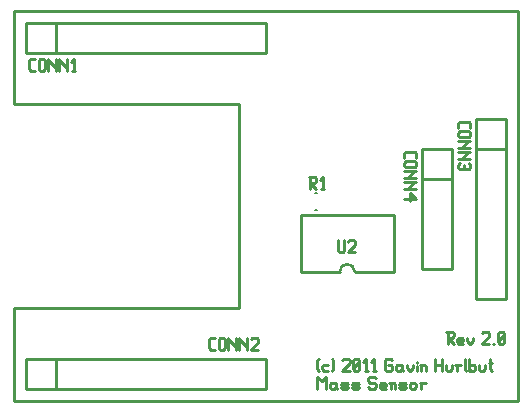
<source format=gbr>
G04 start of page 7 for group -4079 idx -4079 *
G04 Title: (unknown), topsilk *
G04 Creator: pcb 20091103 *
G04 CreationDate: Sun 20 Mar 2011 04:21:17 AM GMT UTC *
G04 For: gjhurlbu *
G04 Format: Gerber/RS-274X *
G04 PCB-Dimensions: 600000 500000 *
G04 PCB-Coordinate-Origin: lower left *
%MOIN*%
%FSLAX25Y25*%
%LNFRONTSILK*%
%ADD11C,0.0100*%
%ADD23C,0.0080*%
G54D11*X33000Y423000D02*X201000D01*
X33000D02*Y392000D01*
X108000D01*
Y324000D01*
X33000D01*
X201000Y293000D02*X33000D01*
X201000Y423000D02*Y293000D01*
X33000Y324000D02*Y293000D01*
X134000Y301000D02*Y297000D01*
Y301000D02*X135500Y299500D01*
X137000Y301000D01*
Y297000D01*
X139701Y299000D02*X140201Y298500D01*
X138701Y299000D02*X139701D01*
X138201Y298500D02*X138701Y299000D01*
X138201Y298500D02*Y297500D01*
X138701Y297000D01*
X140201Y299000D02*Y297500D01*
X140701Y297000D01*
X138701D02*X139701D01*
X140201Y297500D01*
X142402Y297000D02*X143902D01*
X144402Y297500D01*
X143902Y298000D02*X144402Y297500D01*
X142402Y298000D02*X143902D01*
X141902Y298500D02*X142402Y298000D01*
X141902Y298500D02*X142402Y299000D01*
X143902D01*
X144402Y298500D01*
X141902Y297500D02*X142402Y297000D01*
X146103D02*X147603D01*
X148103Y297500D01*
X147603Y298000D02*X148103Y297500D01*
X146103Y298000D02*X147603D01*
X145603Y298500D02*X146103Y298000D01*
X145603Y298500D02*X146103Y299000D01*
X147603D01*
X148103Y298500D01*
X145603Y297500D02*X146103Y297000D01*
X153104Y301000D02*X153604Y300500D01*
X151604Y301000D02*X153104D01*
X151104Y300500D02*X151604Y301000D01*
X151104Y300500D02*Y299500D01*
X151604Y299000D01*
X153104D01*
X153604Y298500D01*
Y297500D01*
X153104Y297000D02*X153604Y297500D01*
X151604Y297000D02*X153104D01*
X151104Y297500D02*X151604Y297000D01*
X155305D02*X156805D01*
X154805Y297500D02*X155305Y297000D01*
X154805Y298500D02*Y297500D01*
Y298500D02*X155305Y299000D01*
X156305D01*
X156805Y298500D01*
X154805Y298000D02*X156805D01*
Y298500D02*Y298000D01*
X158506Y298500D02*Y297000D01*
Y298500D02*X159006Y299000D01*
X159506D01*
X160006Y298500D01*
Y297000D01*
X158006Y299000D02*X158506Y298500D01*
X161707Y297000D02*X163207D01*
X163707Y297500D01*
X163207Y298000D02*X163707Y297500D01*
X161707Y298000D02*X163207D01*
X161207Y298500D02*X161707Y298000D01*
X161207Y298500D02*X161707Y299000D01*
X163207D01*
X163707Y298500D01*
X161207Y297500D02*X161707Y297000D01*
X164908Y298500D02*Y297500D01*
Y298500D02*X165408Y299000D01*
X166408D01*
X166908Y298500D01*
Y297500D01*
X166408Y297000D02*X166908Y297500D01*
X165408Y297000D02*X166408D01*
X164908Y297500D02*X165408Y297000D01*
X168609Y298500D02*Y297000D01*
Y298500D02*X169109Y299000D01*
X170109D01*
X168109D02*X168609Y298500D01*
X134000Y303500D02*X134500Y303000D01*
X134000Y306500D02*X134500Y307000D01*
X134000Y306500D02*Y303500D01*
X136201Y305000D02*X137701D01*
X135701Y304500D02*X136201Y305000D01*
X135701Y304500D02*Y303500D01*
X136201Y303000D01*
X137701D01*
X138902Y307000D02*X139402Y306500D01*
Y303500D01*
X138902Y303000D02*X139402Y303500D01*
X142403Y306500D02*X142903Y307000D01*
X144403D01*
X144903Y306500D01*
Y305500D01*
X142403Y303000D02*X144903Y305500D01*
X142403Y303000D02*X144903D01*
X146104Y303500D02*X146604Y303000D01*
X146104Y306500D02*Y303500D01*
Y306500D02*X146604Y307000D01*
X147604D01*
X148104Y306500D01*
Y303500D01*
X147604Y303000D02*X148104Y303500D01*
X146604Y303000D02*X147604D01*
X146104Y304000D02*X148104Y306000D01*
X149805Y303000D02*X150805D01*
X150305Y307000D02*Y303000D01*
X149305Y306000D02*X150305Y307000D01*
X152506Y303000D02*X153506D01*
X153006Y307000D02*Y303000D01*
X152006Y306000D02*X153006Y307000D01*
X158507D02*X159007Y306500D01*
X157007Y307000D02*X158507D01*
X156507Y306500D02*X157007Y307000D01*
X156507Y306500D02*Y303500D01*
X157007Y303000D01*
X158507D01*
X159007Y303500D01*
Y304500D02*Y303500D01*
X158507Y305000D02*X159007Y304500D01*
X157507Y305000D02*X158507D01*
X161708D02*X162208Y304500D01*
X160708Y305000D02*X161708D01*
X160208Y304500D02*X160708Y305000D01*
X160208Y304500D02*Y303500D01*
X160708Y303000D01*
X162208Y305000D02*Y303500D01*
X162708Y303000D01*
X160708D02*X161708D01*
X162208Y303500D01*
X163909Y305000D02*Y304000D01*
X164909Y303000D01*
X165909Y304000D01*
Y305000D02*Y304000D01*
X167110Y306000D02*Y305500D01*
Y304500D02*Y303000D01*
X168611Y304500D02*Y303000D01*
Y304500D02*X169111Y305000D01*
X169611D01*
X170111Y304500D01*
Y303000D01*
X168111Y305000D02*X168611Y304500D01*
X173112Y307000D02*Y303000D01*
X175612Y307000D02*Y303000D01*
X173112Y305000D02*X175612D01*
X176813D02*Y303500D01*
X177313Y303000D01*
X178313D01*
X178813Y303500D01*
Y305000D02*Y303500D01*
X180514Y304500D02*Y303000D01*
Y304500D02*X181014Y305000D01*
X182014D01*
X180014D02*X180514Y304500D01*
X183215Y307000D02*Y303500D01*
X183715Y303000D01*
X184716Y307000D02*Y303000D01*
Y303500D02*X185216Y303000D01*
X186216D01*
X186716Y303500D01*
Y304500D02*Y303500D01*
X186216Y305000D02*X186716Y304500D01*
X185216Y305000D02*X186216D01*
X184716Y304500D02*X185216Y305000D01*
X187917D02*Y303500D01*
X188417Y303000D01*
X189417D01*
X189917Y303500D01*
Y305000D02*Y303500D01*
X191618Y307000D02*Y303500D01*
X192118Y303000D01*
X191118Y305500D02*X192118D01*
X177000Y316000D02*X179000D01*
X179500Y315500D01*
Y314500D01*
X179000Y314000D02*X179500Y314500D01*
X177500Y314000D02*X179000D01*
X177500Y316000D02*Y312000D01*
Y314000D02*X179500Y312000D01*
X181201D02*X182701D01*
X180701Y312500D02*X181201Y312000D01*
X180701Y313500D02*Y312500D01*
Y313500D02*X181201Y314000D01*
X182201D01*
X182701Y313500D01*
X180701Y313000D02*X182701D01*
Y313500D02*Y313000D01*
X183902Y314000D02*Y313000D01*
X184902Y312000D01*
X185902Y313000D01*
Y314000D02*Y313000D01*
X188903Y315500D02*X189403Y316000D01*
X190903D01*
X191403Y315500D01*
Y314500D01*
X188903Y312000D02*X191403Y314500D01*
X188903Y312000D02*X191403D01*
X192604D02*X193104D01*
X194305Y312500D02*X194805Y312000D01*
X194305Y315500D02*Y312500D01*
Y315500D02*X194805Y316000D01*
X195805D01*
X196305Y315500D01*
Y312500D01*
X195805Y312000D02*X196305Y312500D01*
X194805Y312000D02*X195805D01*
X194305Y313000D02*X196305Y315000D01*
X37000Y409000D02*X117000D01*
Y419000D02*Y409000D01*
X37000Y419000D02*X117000D01*
X37000D02*Y409000D01*
X47000Y419000D02*Y409000D01*
X37000Y419000D02*X47000D01*
X187000Y387000D02*Y327000D01*
X197000D01*
Y387000D01*
X187000D01*
Y377000D02*X197000D01*
Y387000D01*
X37000Y297000D02*X117000D01*
Y307000D02*Y297000D01*
X37000Y307000D02*X117000D01*
X37000D02*Y297000D01*
X47000Y307000D02*Y297000D01*
X37000Y307000D02*X47000D01*
X169000Y377000D02*Y337000D01*
X179000D01*
Y377000D02*Y337000D01*
X169000Y377000D02*X179000D01*
X169000Y367000D02*X179000D01*
Y377000D02*Y367000D01*
X159500Y355000D02*Y336000D01*
X128500Y355000D02*X159500D01*
X128500D02*Y336000D01*
X146500D02*X159500D01*
X128500D02*X141500D01*
X146500D02*G75*G03X141500Y336000I-2500J0D01*G01*
G54D23*X133150Y356638D02*X133936D01*
X133150Y362148D02*X133936D01*
G54D11*X38500Y403000D02*X40000D01*
X38000Y403500D02*X38500Y403000D01*
X38000Y406500D02*Y403500D01*
Y406500D02*X38500Y407000D01*
X40000D01*
X41201Y406500D02*Y403500D01*
Y406500D02*X41701Y407000D01*
X42701D01*
X43201Y406500D01*
Y403500D01*
X42701Y403000D02*X43201Y403500D01*
X41701Y403000D02*X42701D01*
X41201Y403500D02*X41701Y403000D01*
X44402Y407000D02*Y403000D01*
Y407000D02*Y406500D01*
X46902Y404000D01*
Y407000D02*Y403000D01*
X48103Y407000D02*Y403000D01*
Y407000D02*Y406500D01*
X50603Y404000D01*
Y407000D02*Y403000D01*
X52304D02*X53304D01*
X52804Y407000D02*Y403000D01*
X51804Y406000D02*X52804Y407000D01*
X181000Y385500D02*Y384000D01*
X181500Y386000D02*X181000Y385500D01*
X181500Y386000D02*X184500D01*
X185000Y385500D01*
Y384000D01*
X181500Y382799D02*X184500D01*
X185000Y382299D01*
Y381299D01*
X184500Y380799D01*
X181500D02*X184500D01*
X181000Y381299D02*X181500Y380799D01*
X181000Y382299D02*Y381299D01*
X181500Y382799D02*X181000Y382299D01*
Y379598D02*X185000D01*
X184500D02*X185000D01*
X184500D02*X182000Y377098D01*
X181000D02*X185000D01*
X181000Y375897D02*X185000D01*
X184500D02*X185000D01*
X184500D02*X182000Y373397D01*
X181000D02*X185000D01*
X184500Y372196D02*X185000Y371696D01*
Y370696D01*
X184500Y370196D01*
X181500D02*X184500D01*
X181000Y370696D02*X181500Y370196D01*
X181000Y371696D02*Y370696D01*
X181500Y372196D02*X181000Y371696D01*
X183000D02*Y370196D01*
X163000Y375500D02*Y374000D01*
X163500Y376000D02*X163000Y375500D01*
X163500Y376000D02*X166500D01*
X167000Y375500D01*
Y374000D01*
X163500Y372799D02*X166500D01*
X167000Y372299D01*
Y371299D01*
X166500Y370799D01*
X163500D02*X166500D01*
X163000Y371299D02*X163500Y370799D01*
X163000Y372299D02*Y371299D01*
X163500Y372799D02*X163000Y372299D01*
Y369598D02*X167000D01*
X166500D02*X167000D01*
X166500D02*X164000Y367098D01*
X163000D02*X167000D01*
X163000Y365897D02*X167000D01*
X166500D02*X167000D01*
X166500D02*X164000Y363397D01*
X163000D02*X167000D01*
X165000Y362196D02*X167000Y360196D01*
X165000Y362196D02*Y359696D01*
X163000Y360196D02*X167000D01*
X131108Y367722D02*X133108D01*
X133608Y367222D01*
Y366222D01*
X133108Y365722D02*X133608Y366222D01*
X131608Y365722D02*X133108D01*
X131608Y367722D02*Y363722D01*
Y365722D02*X133608Y363722D01*
X135309D02*X136309D01*
X135809Y367722D02*Y363722D01*
X134809Y366722D02*X135809Y367722D01*
X141000Y346500D02*Y343000D01*
X141500Y342500D01*
X142500D01*
X143000Y343000D01*
Y346500D02*Y343000D01*
X144201Y346000D02*X144701Y346500D01*
X146201D01*
X146701Y346000D01*
Y345000D01*
X144201Y342500D02*X146701Y345000D01*
X144201Y342500D02*X146701D01*
X98500Y310000D02*X100000D01*
X98000Y310500D02*X98500Y310000D01*
X98000Y313500D02*Y310500D01*
Y313500D02*X98500Y314000D01*
X100000D01*
X101201Y313500D02*Y310500D01*
Y313500D02*X101701Y314000D01*
X102701D01*
X103201Y313500D01*
Y310500D01*
X102701Y310000D02*X103201Y310500D01*
X101701Y310000D02*X102701D01*
X101201Y310500D02*X101701Y310000D01*
X104402Y314000D02*Y310000D01*
Y314000D02*Y313500D01*
X106902Y311000D01*
Y314000D02*Y310000D01*
X108103Y314000D02*Y310000D01*
Y314000D02*Y313500D01*
X110603Y311000D01*
Y314000D02*Y310000D01*
X111804Y313500D02*X112304Y314000D01*
X113804D01*
X114304Y313500D01*
Y312500D01*
X111804Y310000D02*X114304Y312500D01*
X111804Y310000D02*X114304D01*
M02*

</source>
